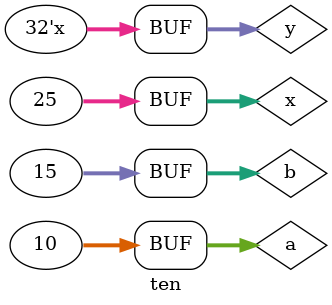
<source format=sv>
/* Non- Blocking Assignments : Here the evaluation of RHS will happen in Active Region but updation happens in NBA region. Here all assignments occur during end of simulation timestamp.*/
module top;
  int a,b;
  initial begin
    a = 10;
    b = 20;
    
    $display("\t Before : ", a);
    $display("\t Before : ", b);
    
    a <= b;
    b <= 26;
    
    $display("\t After value a : ",a);
    $display("\t After value b : ",b);
    
    $strobe("\t After value a : ",a);
    $monitor("\t After value b : ",b);
    
  end 
endmodule 


//Example 2 :


module ten;
  int a,b;
  int x,y;
  
  initial begin
    a = 10;
    b=15;
    
    $display("\t Value of a Before : ",a);
    $display("\t Value of b Before : ",b);
    
    x <= a+b;
    y <=a+b+x;
    
    $display("\t Value of x : ",x);
    $display("\t Value of y : ",y);
    
        
    $strobe("\t After value a : ",x);
    $monitor("\t After value b : ",y);
  end 
endmodule
    

</source>
